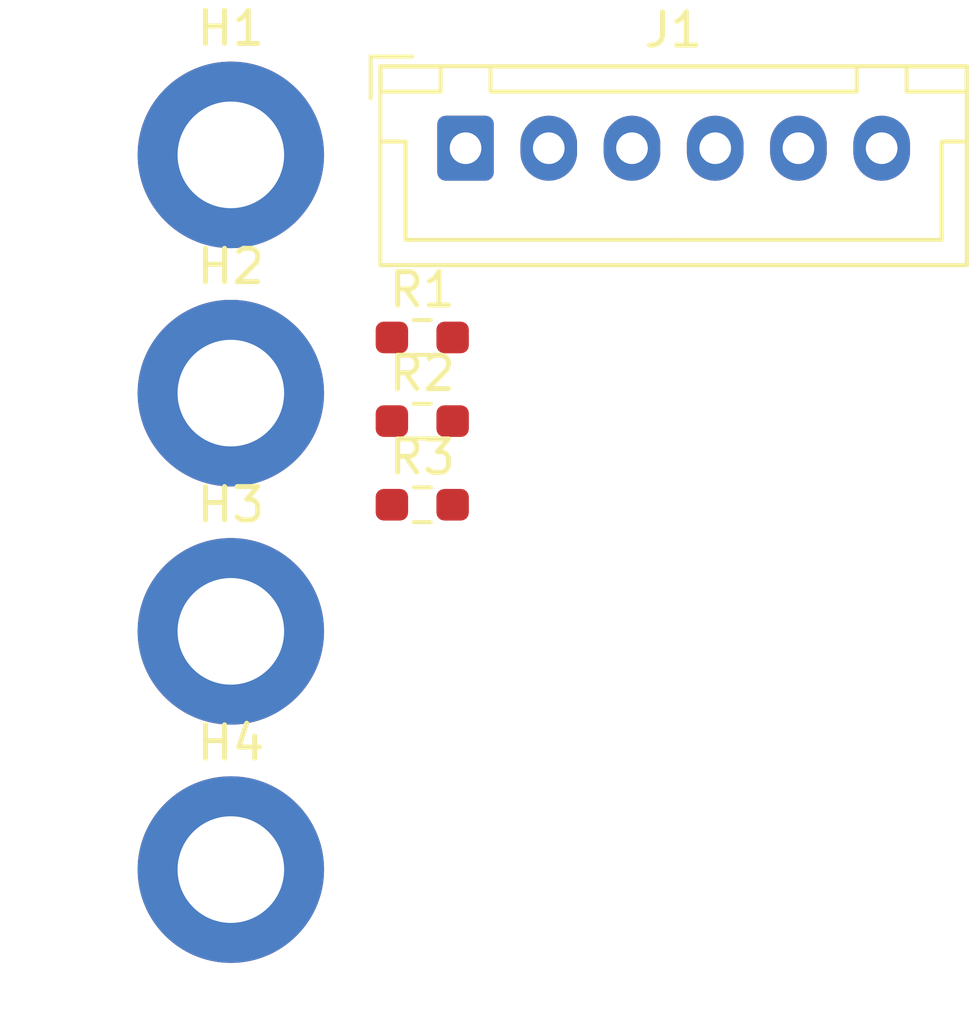
<source format=kicad_pcb>
(kicad_pcb (version 20240108) (generator "pcbnew") (generator_version "8.0")
  (layers (0 "F.Cu" signal) (31 "B.Cu" signal) (34 "B.Paste" user) (35 "F.Paste" user) (36 "B.SilkS" user "B.Silkscreen") (37 "F.SilkS" user "F.Silkscreen") (38 "B.Mask" user) (39 "F.Mask" user) (44 "Edge.Cuts" user))
  (net 0 "")
  (net 1 "GND")
  (net 2 "/BTN_{DWN}")
  (net 3 "/D_{POWER}")
  (net 4 "/D_{ERROR}")
  (net 5 "/D_{STATUS}")
  (net 6 "/BTN_{UP}")
  (net 7 "Net-(D1-A)")
  (net 8 "Net-(D2-A)")
  (net 9 "Net-(D3-A)")
  (footprint "MountingHole:MountingHole_3.2mm_M3_DIN965_Pad" (layer "F.Cu") (at 113 88.85)
    (property "Reference" "H3" (at 0 -3.8 0) (layer "F.SilkS"))
    (property "Value" "MountingHole_Pad")
    (pad "1" thru_hole circle (at 0 0) (size 5.6 5.6) (drill 3.2) (layers "*.Cu" "*.Mask") (net 1 "GND"))
  )
  (footprint "Connector_JST:JST_XH_B6B-XH-A_1x06_P2.50mm_Vertical" (layer "F.Cu") (at 120.05 74.35)
    (property "Reference" "J1" (at 6.25 -3.55 0) (layer "F.SilkS"))
    (property "Value" "CONTROL")
    (fp_line (start -2.85 -2.75) (end -2.85 -1.5) (stroke (width 0.12)) (layer "F.SilkS"))
    (fp_line (start -2.56 -2.46) (end -2.56 3.51) (stroke (width 0.12)) (layer "F.SilkS"))
    (fp_line (start -2.56 3.51) (end 15.06 3.51) (stroke (width 0.12)) (layer "F.SilkS"))
    (fp_line (start -2.55 -2.45) (end -2.55 -1.7) (stroke (width 0.12)) (layer "F.SilkS"))
    (fp_line (start -2.55 -1.7) (end -0.75 -1.7) (stroke (width 0.12)) (layer "F.SilkS"))
    (fp_line (start -2.55 -0.2) (end -1.8 -0.2) (stroke (width 0.12)) (layer "F.SilkS"))
    (fp_line (start -1.8 -0.2) (end -1.8 2.75) (stroke (width 0.12)) (layer "F.SilkS"))
    (fp_line (start -1.8 2.75) (end 6.25 2.75) (stroke (width 0.12)) (layer "F.SilkS"))
    (fp_line (start -1.6 -2.75) (end -2.85 -2.75) (stroke (width 0.12)) (layer "F.SilkS"))
    (fp_line (start -0.75 -2.45) (end -2.55 -2.45) (stroke (width 0.12)) (layer "F.SilkS"))
    (fp_line (start -0.75 -1.7) (end -0.75 -2.45) (stroke (width 0.12)) (layer "F.SilkS"))
    (fp_line (start 0.75 -2.45) (end 0.75 -1.7) (stroke (width 0.12)) (layer "F.SilkS"))
    (fp_line (start 0.75 -1.7) (end 11.75 -1.7) (stroke (width 0.12)) (layer "F.SilkS"))
    (fp_line (start 11.75 -2.45) (end 0.75 -2.45) (stroke (width 0.12)) (layer "F.SilkS"))
    (fp_line (start 11.75 -1.7) (end 11.75 -2.45) (stroke (width 0.12)) (layer "F.SilkS"))
    (fp_line (start 13.25 -2.45) (end 13.25 -1.7) (stroke (width 0.12)) (layer "F.SilkS"))
    (fp_line (start 13.25 -1.7) (end 15.05 -1.7) (stroke (width 0.12)) (layer "F.SilkS"))
    (fp_line (start 14.3 -0.2) (end 14.3 2.75) (stroke (width 0.12)) (layer "F.SilkS"))
    (fp_line (start 14.3 2.75) (end 6.25 2.75) (stroke (width 0.12)) (layer "F.SilkS"))
    (fp_line (start 15.05 -2.45) (end 13.25 -2.45) (stroke (width 0.12)) (layer "F.SilkS"))
    (fp_line (start 15.05 -1.7) (end 15.05 -2.45) (stroke (width 0.12)) (layer "F.SilkS"))
    (fp_line (start 15.05 -0.2) (end 14.3 -0.2) (stroke (width 0.12)) (layer "F.SilkS"))
    (fp_line (start 15.06 -2.46) (end -2.56 -2.46) (stroke (width 0.12)) (layer "F.SilkS"))
    (fp_line (start 15.06 3.51) (end 15.06 -2.46) (stroke (width 0.12)) (layer "F.SilkS"))
    (pad "1" thru_hole roundrect (at 0 0) (size 1.7 1.95) (drill 0.95) (layers "*.Cu" "*.Mask") (roundrect_rratio 0.147059) (net 1 "GND"))
    (pad "2" thru_hole oval (at 2.5 0) (size 1.7 1.95) (drill 0.95) (layers "*.Cu" "*.Mask") (net 2 "/BTN_{DWN}"))
    (pad "3" thru_hole oval (at 5 0) (size 1.7 1.95) (drill 0.95) (layers "*.Cu" "*.Mask") (net 6 "/BTN_{UP}"))
    (pad "4" thru_hole oval (at 7.5 0) (size 1.7 1.95) (drill 0.95) (layers "*.Cu" "*.Mask") (net 4 "/D_{ERROR}"))
    (pad "5" thru_hole oval (at 10 0) (size 1.7 1.95) (drill 0.95) (layers "*.Cu" "*.Mask") (net 5 "/D_{STATUS}"))
    (pad "6" thru_hole oval (at 12.5 0) (size 1.7 1.95) (drill 0.95) (layers "*.Cu" "*.Mask") (net 3 "/D_{POWER}"))
  )
  (footprint "MountingHole:MountingHole_3.2mm_M3_DIN965_Pad" (layer "F.Cu") (at 113 81.7)
    (property "Reference" "H2" (at 0 -3.8 0) (layer "F.SilkS"))
    (property "Value" "MountingHole_Pad")
    (pad "1" thru_hole circle (at 0 0) (size 5.6 5.6) (drill 3.2) (layers "*.Cu" "*.Mask") (net 1 "GND"))
  )
  (footprint "Resistor_SMD:R_0603_1608Metric_Pad0.98x0.95mm_HandSolder" (layer "F.Cu") (at 118.75 85.05)
    (property "Reference" "R3" (at 0 -1.43 0) (layer "F.SilkS"))
    (property "Value" "100")
    (fp_line (start -0.254724 -0.5225) (end 0.254724 -0.5225) (stroke (width 0.12)) (layer "F.SilkS"))
    (fp_line (start -0.254724 0.5225) (end 0.254724 0.5225) (stroke (width 0.12)) (layer "F.SilkS"))
    (pad "1" smd roundrect (at -0.9125 0) (size 0.975 0.95) (layers "F.Cu" "F.Paste" "F.Mask") (net 9 "Net-(D3-A)"))
    (pad "2" smd roundrect (at 0.9125 0) (size 0.975 0.95) (layers "F.Cu" "F.Paste" "F.Mask") (net 4 "/D_{ERROR}"))
  )
  (footprint "MountingHole:MountingHole_3.2mm_M3_DIN965_Pad" (layer "F.Cu") (at 113 96)
    (property "Reference" "H4" (at 0 -3.8 0) (layer "F.SilkS"))
    (property "Value" "MountingHole_Pad")
    (pad "1" thru_hole circle (at 0 0) (size 5.6 5.6) (drill 3.2) (layers "*.Cu" "*.Mask") (net 1 "GND"))
  )
  (footprint "Resistor_SMD:R_0603_1608Metric_Pad0.98x0.95mm_HandSolder" (layer "F.Cu") (at 118.75 80.03)
    (property "Reference" "R1" (at 0 -1.43 0) (layer "F.SilkS"))
    (property "Value" "100")
    (fp_line (start -0.254724 -0.5225) (end 0.254724 -0.5225) (stroke (width 0.12)) (layer "F.SilkS"))
    (fp_line (start -0.254724 0.5225) (end 0.254724 0.5225) (stroke (width 0.12)) (layer "F.SilkS"))
    (pad "1" smd roundrect (at -0.9125 0) (size 0.975 0.95) (layers "F.Cu" "F.Paste" "F.Mask") (net 7 "Net-(D1-A)"))
    (pad "2" smd roundrect (at 0.9125 0) (size 0.975 0.95) (layers "F.Cu" "F.Paste" "F.Mask") (net 3 "/D_{POWER}"))
  )
  (footprint "MountingHole:MountingHole_3.2mm_M3_DIN965_Pad" (layer "F.Cu") (at 113 74.55)
    (property "Reference" "H1" (at 0 -3.8 0) (layer "F.SilkS"))
    (property "Value" "MountingHole_Pad")
    (pad "1" thru_hole circle (at 0 0) (size 5.6 5.6) (drill 3.2) (layers "*.Cu" "*.Mask") (net 1 "GND"))
  )
  (footprint "Resistor_SMD:R_0603_1608Metric_Pad0.98x0.95mm_HandSolder" (layer "F.Cu") (at 118.75 82.54)
    (property "Reference" "R2" (at 0 -1.43 0) (layer "F.SilkS"))
    (property "Value" "100")
    (fp_line (start -0.254724 -0.5225) (end 0.254724 -0.5225) (stroke (width 0.12)) (layer "F.SilkS"))
    (fp_line (start -0.254724 0.5225) (end 0.254724 0.5225) (stroke (width 0.12)) (layer "F.SilkS"))
    (pad "1" smd roundrect (at -0.9125 0) (size 0.975 0.95) (layers "F.Cu" "F.Paste" "F.Mask") (net 8 "Net-(D2-A)"))
    (pad "2" smd roundrect (at 0.9125 0) (size 0.975 0.95) (layers "F.Cu" "F.Paste" "F.Mask") (net 5 "/D_{STATUS}"))
  )
)
</source>
